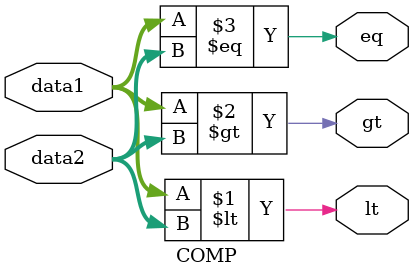
<source format=v>
module COMP(lt,gt,eq,data1,data2);

    input [15:0] data1,data2;
    output lt,gt,eq;

    assign lt = data1 <  data2;
    assign gt = data1 >  data2;
    assign eq = data1 == data2;
    
endmodule
</source>
